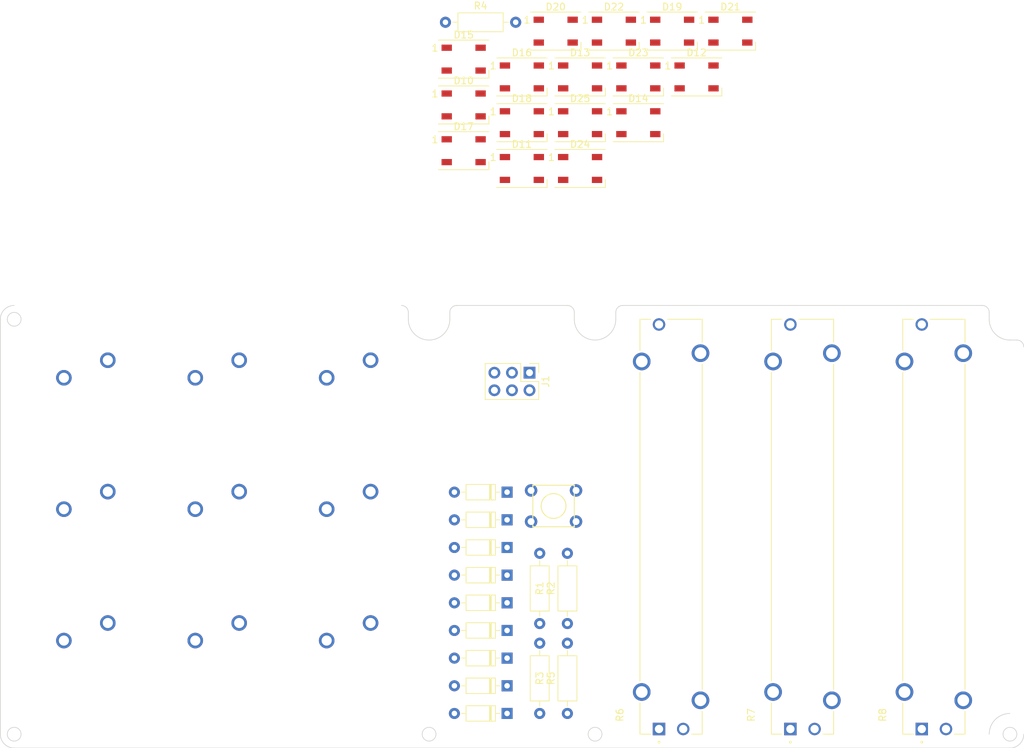
<source format=kicad_pcb>
(kicad_pcb (version 20211014) (generator pcbnew)
  (layers (0 "F.Cu" signal) (31 "B.Cu" signal) (34 "B.Paste" user) (35 "F.Paste" user) (36 "B.SilkS" user "B.Silkscreen") (37 "F.SilkS" user "F.Silkscreen") (38 "B.Mask" user) (39 "F.Mask" user) (44 "Edge.Cuts" user))
  (net 0 "")
  (net 1 "R0")
  (net 2 "Net-(D1-Pad2)")
  (net 3 "R1")
  (net 4 "Net-(D2-Pad2)")
  (net 5 "R2")
  (net 6 "Net-(D3-Pad2)")
  (net 7 "Net-(D4-Pad2)")
  (net 8 "Net-(D5-Pad2)")
  (net 9 "Net-(D6-Pad2)")
  (net 10 "Net-(D7-Pad2)")
  (net 11 "Net-(D8-Pad2)")
  (net 12 "Net-(D9-Pad2)")
  (net 13 "+5V")
  (net 14 "GND")
  (net 15 "C0")
  (net 16 "C1")
  (net 17 "C2")
  (net 18 "DLED")
  (net 19 "Net-(R5-Pad1)")
  (net 20 "A0")
  (net 21 "A1")
  (net 22 "A2")
  (net 23 "Net-(SW1-Pad1)")
  (net 24 "Net-(D10-Pad2)")
  (net 25 "Net-(D10-Pad4)")
  (net 28 "Net-(D12-Pad2)")
  (net 31 "Net-(D14-Pad2)")
  (net 34 "Net-(D16-Pad2)")
  (net 37 "Net-(D18-Pad2)")
  (net 40 "Net-(D20-Pad2)")
  (net 43 "Net-(D22-Pad2)")
  (net 46 "Net-(D24-Pad2)")
  (footprint "MX_Only:MXOnly-1U-NoLED" (layer "F.Cu") (at 86 83)
    (fp_text reference "MX4")
    (fp_text value "MX-NoLED")
    (pad "" np_thru_hole circle locked (at 0 0) (size 3.9878 3.9878) (drill 3.9878) (layers *.Cu *.Mask))
    (pad "" np_thru_hole circle locked (at 5.08 0 48.0996) (size 1.75 1.75) (drill 1.75) (layers *.Cu *.Mask))
    (pad "" np_thru_hole circle locked (at -5.08 0 48.0996) (size 1.75 1.75) (drill 1.75) (layers *.Cu *.Mask))
    (pad "1" thru_hole circle locked (at -3.81 -2.54) (size 2.25 2.25) (drill 1.47) (layers *.Cu "B.Mask") (net 16 "C1"))
    (pad "2" thru_hole circle locked (at 2.54 -5.08) (size 2.25 2.25) (drill 1.47) (layers *.Cu "B.Mask") (net 7 "Net-(D4-Pad2)"))
  )
  (footprint "LED_SMD:LED_WS2812B_PLCC4_5.0x5.0mm_P3.2mm" (layer "F.Cu") (at 156.84 17.95)
    (fp_text reference "D13" (at 0 -3.5) (layer "F.SilkS"))
    (fp_text value "WS2812B")
    (fp_text user "1" (at -4.15 -1.6) (layer "F.SilkS"))
    (fp_line (start -3.65 -2.75) (end 3.65 -2.75) (layer "F.SilkS") (width 0.12))
    (fp_line (start 3.65 2.75) (end 3.65 1.6) (layer "F.SilkS") (width 0.12))
    (fp_line (start -3.65 2.75) (end 3.65 2.75) (layer "F.SilkS") (width 0.12))
    (pad "1" smd rect (at -2.45 -1.65) (size 1.5 0.9) (layers "F.Cu" "F.Paste" "F.Mask") (net 13 "+5V"))
    (pad "2" smd rect (at -2.45 1.65) (size 1.5 0.9) (layers "F.Cu" "F.Paste" "F.Mask"))
    (pad "3" smd rect (at 2.45 1.65) (size 1.5 0.9) (layers "F.Cu" "F.Paste" "F.Mask") (net 14 "GND"))
    (pad "4" smd rect (at 2.45 -1.65) (size 1.5 0.9) (layers "F.Cu" "F.Paste" "F.Mask"))
  )
  (footprint "LED_SMD:LED_WS2812B_PLCC4_5.0x5.0mm_P3.2mm" (layer "F.Cu") (at 165.26 24.57)
    (fp_text reference "D14" (at 0 -3.5) (layer "F.SilkS"))
    (fp_text value "WS2812B")
    (fp_text user "1" (at -4.15 -1.6) (layer "F.SilkS"))
    (fp_line (start -3.65 2.75) (end 3.65 2.75) (layer "F.SilkS") (width 0.12))
    (fp_line (start 3.65 2.75) (end 3.65 1.6) (layer "F.SilkS") (width 0.12))
    (fp_line (start -3.65 -2.75) (end 3.65 -2.75) (layer "F.SilkS") (width 0.12))
    (pad "1" smd rect (at -2.45 -1.65) (size 1.5 0.9) (layers "F.Cu" "F.Paste" "F.Mask") (net 13 "+5V"))
    (pad "2" smd rect (at -2.45 1.65) (size 1.5 0.9) (layers "F.Cu" "F.Paste" "F.Mask") (net 31 "Net-(D14-Pad2)"))
    (pad "3" smd rect (at 2.45 1.65) (size 1.5 0.9) (layers "F.Cu" "F.Paste" "F.Mask") (net 14 "GND"))
    (pad "4" smd rect (at 2.45 -1.65) (size 1.5 0.9) (layers "F.Cu" "F.Paste" "F.Mask") (net 28 "Net-(D12-Pad2)"))
  )
  (footprint "LED_SMD:LED_WS2812B_PLCC4_5.0x5.0mm_P3.2mm" (layer "F.Cu") (at 173.68 17.95)
    (fp_text reference "D12" (at 0 -3.5) (layer "F.SilkS"))
    (fp_text value "WS2812B")
    (fp_text user "1" (at -4.15 -1.6) (layer "F.SilkS"))
    (fp_line (start -3.65 2.75) (end 3.65 2.75) (layer "F.SilkS") (width 0.12))
    (fp_line (start -3.65 -2.75) (end 3.65 -2.75) (layer "F.SilkS") (width 0.12))
    (fp_line (start 3.65 2.75) (end 3.65 1.6) (layer "F.SilkS") (width 0.12))
    (pad "1" smd rect (at -2.45 -1.65) (size 1.5 0.9) (layers "F.Cu" "F.Paste" "F.Mask") (net 13 "+5V"))
    (pad "2" smd rect (at -2.45 1.65) (size 1.5 0.9) (layers "F.Cu" "F.Paste" "F.Mask") (net 28 "Net-(D12-Pad2)"))
    (pad "3" smd rect (at 2.45 1.65) (size 1.5 0.9) (layers "F.Cu" "F.Paste" "F.Mask") (net 14 "GND"))
    (pad "4" smd rect (at 2.45 -1.65) (size 1.5 0.9) (layers "F.Cu" "F.Paste" "F.Mask") (net 24 "Net-(D10-Pad2)"))
  )
  (footprint "Diode_THT:D_DO-35_SOD27_P7.62mm_Horizontal" (layer "F.Cu") (at 146.28 102 180)
    (fp_text reference "D7" hide)
    (fp_text value "1N4148" hide)
    (fp_line (start 2.53 -1.12) (end 2.53 1.12) (layer "F.SilkS") (width 0.12))
    (fp_line (start 1.04 0) (end 1.69 0) (layer "F.SilkS") (width 0.12))
    (fp_line (start 5.93 1.12) (end 5.93 -1.12) (layer "F.SilkS") (width 0.12))
    (fp_line (start 1.69 1.12) (end 5.93 1.12) (layer "F.SilkS") (width 0.12))
    (fp_line (start 2.41 -1.12) (end 2.41 1.12) (layer "F.SilkS") (width 0.12))
    (fp_line (start 6.58 0) (end 5.93 0) (layer "F.SilkS") (width 0.12))
    (fp_line (start 2.29 -1.12) (end 2.29 1.12) (layer "F.SilkS") (width 0.12))
    (fp_line (start 5.93 -1.12) (end 1.69 -1.12) (layer "F.SilkS") (width 0.12))
    (fp_line (start 1.69 -1.12) (end 1.69 1.12) (layer "F.SilkS") (width 0.12))
    (pad "1" thru_hole rect (at 0 0 180) (size 1.6 1.6) (drill 0.8) (layers *.Cu *.Mask) (net 1 "R0"))
    (pad "2" thru_hole oval (at 7.62 0 180) (size 1.6 1.6) (drill 0.8) (layers *.Cu *.Mask) (net 10 "Net-(D7-Pad2)"))
  )
  (footprint "MX_Only:MXOnly-1U-NoLED" (layer "F.Cu") (at 124 64)
    (fp_text reference "MX3")
    (fp_text value "MX-NoLED")
    (pad "" np_thru_hole circle locked (at -5.08 0 48.0996) (size 1.75 1.75) (drill 1.75) (layers *.Cu *.Mask))
    (pad "" np_thru_hole circle locked (at 0 0) (size 3.9878 3.9878) (drill 3.9878) (layers *.Cu *.Mask))
    (pad "" np_thru_hole circle locked (at 5.08 0 48.0996) (size 1.75 1.75) (drill 1.75) (layers *.Cu *.Mask))
    (pad "1" thru_hole circle locked (at -3.81 -2.54) (size 2.25 2.25) (drill 1.47) (layers *.Cu "B.Mask") (net 15 "C0"))
    (pad "2" thru_hole circle locked (at 2.54 -5.08) (size 2.25 2.25) (drill 1.47) (layers *.Cu "B.Mask") (net 6 "Net-(D3-Pad2)"))
  )
  (footprint "LED_SMD:LED_WS2812B_PLCC4_5.0x5.0mm_P3.2mm" (layer "F.Cu") (at 178.57 11.33)
    (fp_text reference "D21" (at 0 -3.5) (layer "F.SilkS"))
    (fp_text value "WS2812B")
    (fp_text user "1" (at -4.15 -1.6) (layer "F.SilkS"))
    (fp_line (start -3.65 2.75) (end 3.65 2.75) (layer "F.SilkS") (width 0.12))
    (fp_line (start 3.65 2.75) (end 3.65 1.6) (layer "F.SilkS") (width 0.12))
    (fp_line (start -3.65 -2.75) (end 3.65 -2.75) (layer "F.SilkS") (width 0.12))
    (pad "1" smd rect (at -2.45 -1.65) (size 1.5 0.9) (layers "F.Cu" "F.Paste" "F.Mask") (net 13 "+5V"))
    (pad "2" smd rect (at -2.45 1.65) (size 1.5 0.9) (layers "F.Cu" "F.Paste" "F.Mask"))
    (pad "3" smd rect (at 2.45 1.65) (size 1.5 0.9) (layers "F.Cu" "F.Paste" "F.Mask") (net 14 "GND"))
    (pad "4" smd rect (at 2.45 -1.65) (size 1.5 0.9) (layers "F.Cu" "F.Paste" "F.Mask"))
  )
  (footprint "LED_SMD:LED_WS2812B_PLCC4_5.0x5.0mm_P3.2mm" (layer "F.Cu") (at 148.42 31.19)
    (fp_text reference "D11" (at 0 -3.5) (layer "F.SilkS"))
    (fp_text value "WS2812B")
    (fp_text user "1" (at -4.15 -1.6) (layer "F.SilkS"))
    (fp_line (start 3.65 2.75) (end 3.65 1.6) (layer "F.SilkS") (width 0.12))
    (fp_line (start -3.65 -2.75) (end 3.65 -2.75) (layer "F.SilkS") (width 0.12))
    (fp_line (start -3.65 2.75) (end 3.65 2.75) (layer "F.SilkS") (width 0.12))
    (pad "1" smd rect (at -2.45 -1.65) (size 1.5 0.9) (layers "F.Cu" "F.Paste" "F.Mask") (net 13 "+5V"))
    (pad "2" smd rect (at -2.45 1.65) (size 1.5 0.9) (layers "F.Cu" "F.Paste" "F.Mask"))
    (pad "3" smd rect (at 2.45 1.65) (size 1.5 0.9) (layers "F.Cu" "F.Paste" "F.Mask") (net 14 "GND"))
    (pad "4" smd rect (at 2.45 -1.65) (size 1.5 0.9) (layers "F.Cu" "F.Paste" "F.Mask"))
  )
  (footprint "Diode_THT:D_DO-35_SOD27_P7.62mm_Horizontal" (layer "F.Cu") (at 146.28 90 180)
    (fp_text reference "D8" hide)
    (fp_text value "1N4148" hide)
    (fp_line (start 2.29 -1.12) (end 2.29 1.12) (layer "F.SilkS") (width 0.12))
    (fp_line (start 2.53 -1.12) (end 2.53 1.12) (layer "F.SilkS") (width 0.12))
    (fp_line (start 1.69 1.12) (end 5.93 1.12) (layer "F.SilkS") (width 0.12))
    (fp_line (start 1.69 -1.12) (end 1.69 1.12) (layer "F.SilkS") (width 0.12))
    (fp_line (start 2.41 -1.12) (end 2.41 1.12) (layer "F.SilkS") (width 0.12))
    (fp_line (start 6.58 0) (end 5.93 0) (layer "F.SilkS") (width 0.12))
    (fp_line (start 1.04 0) (end 1.69 0) (layer "F.SilkS") (width 0.12))
    (fp_line (start 5.93 1.12) (end 5.93 -1.12) (layer "F.SilkS") (width 0.12))
    (fp_line (start 5.93 -1.12) (end 1.69 -1.12) (layer "F.SilkS") (width 0.12))
    (pad "1" thru_hole rect (at 0 0 180) (size 1.6 1.6) (drill 0.8) (layers *.Cu *.Mask) (net 3 "R1"))
    (pad "2" thru_hole oval (at 7.62 0 180) (size 1.6 1.6) (drill 0.8) (layers *.Cu *.Mask) (net 11 "Net-(D8-Pad2)"))
  )
  (footprint "LED_SMD:LED_WS2812B_PLCC4_5.0x5.0mm_P3.2mm" (layer "F.Cu") (at 153.31 11.33)
    (fp_text reference "D20" (at 0 -3.5) (layer "F.SilkS"))
    (fp_text value "WS2812B")
    (fp_text user "1" (at -4.15 -1.6) (layer "F.SilkS"))
    (fp_line (start -3.65 2.75) (end 3.65 2.75) (layer "F.SilkS") (width 0.12))
    (fp_line (start 3.65 2.75) (end 3.65 1.6) (layer "F.SilkS") (width 0.12))
    (fp_line (start -3.65 -2.75) (end 3.65 -2.75) (layer "F.SilkS") (width 0.12))
    (pad "1" smd rect (at -2.45 -1.65) (size 1.5 0.9) (layers "F.Cu" "F.Paste" "F.Mask") (net 13 "+5V"))
    (pad "2" smd rect (at -2.45 1.65) (size 1.5 0.9) (layers "F.Cu" "F.Paste" "F.Mask") (net 40 "Net-(D20-Pad2)"))
    (pad "3" smd rect (at 2.45 1.65) (size 1.5 0.9) (layers "F.Cu" "F.Paste" "F.Mask") (net 14 "GND"))
    (pad "4" smd rect (at 2.45 -1.65) (size 1.5 0.9) (layers "F.Cu" "F.Paste" "F.Mask") (net 37 "Net-(D18-Pad2)"))
  )
  (footprint "random-keyboard-parts:PushButton_6x6mm_TH_Pretty" (layer "F.Cu") (at 153 80)
    (fp_text reference "SW1" hide)
    (fp_text value "SW_MEC_5G" hide)
    (fp_line (start -3 -3) (end 3 -3) (layer "F.SilkS") (width 0.15))
    (fp_line (start 3 3) (end -3 3) (layer "F.SilkS") (width 0.15))
    (fp_line (start 3 -3) (end 3 3) (layer "F.SilkS") (width 0.15))
    (fp_line (start -3 3) (end -3 -3) (layer "F.SilkS") (width 0.15))
    (fp_circle (center 0 0) (end 1.27 -1.27) (layer "F.SilkS") (width 0.15) (fill none))
    (pad "1" thru_hole circle locked (at 3.25 -2.25) (size 1.8 1.8) (drill 1) (layers *.Cu "B.Mask") (net 23 "Net-(SW1-Pad1)"))
    (pad "2" thru_hole circle locked (at -3.25 2.25) (size 1.8 1.8) (drill 1) (layers *.Cu "B.Mask") (net 23 "Net-(SW1-Pad1)"))
    (pad "3" thru_hole circle locked (at 3.25 2.25) (size 1.8 1.8) (drill 1) (layers *.Cu "B.Mask") (net 19 "Net-(R5-Pad1)"))
    (pad "4" thru_hole circle locked (at -3.25 -2.25) (size 1.8 1.8) (drill 1) (layers *.Cu "B.Mask") (net 19 "Net-(R5-Pad1)"))
  )
  (footprint "Slide Potentiometer:TRIM_PTA4543-2015DPB103" (layer "F.Cu") (at 170 83 90)
    (fp_text reference "R6" (at -27.225 -7.41 90) (layer "F.SilkS"))
    (fp_text value "PTA4543-2015DPB103")
    (fp_line (start 26.695 4.5) (end 30 4.5) (layer "F.SilkS") (width 0.127))
    (fp_line (start -22.305 -4.5) (end 22.305 -4.5) (layer "F.SilkS") (width 0.127))
    (fp_line (start -30 4.5) (end -26.695 4.5) (layer "F.SilkS") (width 0.127))
    (fp_line (start -30 4.5) (end -30 2.97) (layer "F.SilkS") (width 0.127))
    (fp_line (start 25.495 -4.5) (end 30 -4.5) (layer "F.SilkS") (width 0.127))
    (fp_line (start -23.505 4.5) (end 23.505 4.5) (layer "F.SilkS") (width 0.127))
    (fp_line (start -30 -4.5) (end -25.495 -4.5) (layer "F.SilkS") (width 0.127))
    (fp_line (start 30 -4.5) (end 30 -2.97) (layer "F.SilkS") (width 0.127))
    (fp_line (start 30 4.5) (end 30 -0.53) (layer "F.SilkS") (width 0.127))
    (fp_line (start -30 -4.5) (end -30 -2.97) (layer "F.SilkS") (width 0.127))
    (fp_circle (center -31.15 -1.75) (end -31.05 -1.75) (layer "F.SilkS") (width 0.2) (fill none))
    (pad "1" thru_hole rect locked (at -29.25 -1.75 90) (size 1.8 1.8) (drill 1.2) (layers *.Cu *.Mask) (net 13 "+5V"))
    (pad "2" thru_hole circle locked (at -29.25 1.75 90) (size 1.8 1.8) (drill 1.2) (layers *.Cu *.Mask) (net 20 "A0"))
    (pad "3" thru_hole circle locked (at 29.25 -1.75 90) (size 1.8 1.8) (drill 1.2) (layers *.Cu *.Mask) (net 14 "GND"))
    (pad "S1" thru_hole circle locked (at -23.9 -4.25 90) (size 2.55 2.55) (drill 1.7) (layers *.Cu *.Mask))
    (pad "S2" thru_hole circle locked (at -25.1 4.25 90) (size 2.55 2.55) (drill 1.7) (layers *.Cu *.Mask))
    (pad "S3" thru_hole circle locked (at 23.9 -4.25 90) (size 2.55 2.55) (drill 1.7) (layers *.Cu *.Mask))
    (pad "S4" thru_hole circle locked (at 25.1 4.25 90) (size 2.55 2.55) (drill 1.7) (layers *.Cu *.Mask))
  )
  (footprint "MX_Only:MXOnly-1U-NoLED" (layer "F.Cu") (at 124 83)
    (fp_text reference "MX6")
    (fp_text value "MX-NoLED")
    (pad "" np_thru_hole circle locked (at 5.08 0 48.0996) (size 1.75 1.75) (drill 1.75) (layers *.Cu *.Mask))
    (pad "" np_thru_hole circle locked (at -5.08 0 48.0996) (size 1.75 1.75) (drill 1.75) (layers *.Cu *.Mask))
    (pad "" np_thru_hole circle locked (at 0 0) (size 3.9878 3.9878) (drill 3.9878) (layers *.Cu *.Mask))
    (pad "1" thru_hole circle locked (at -3.81 -2.54) (size 2.25 2.25) (drill 1.47) (layers *.Cu "B.Mask") (net 16 "C1"))
    (pad "2" thru_hole circle locked (at 2.54 -5.08) (size 2.25 2.25) (drill 1.47) (layers *.Cu "B.Mask") (net 9 "Net-(D6-Pad2)"))
  )
  (footprint "MX_Only:MXOnly-1U-NoLED" (layer "F.Cu") (at 86 102)
    (fp_text reference "MX7")
    (fp_text value "MX-NoLED")
    (pad "" np_thru_hole circle locked (at -5.08 0 48.0996) (size 1.75 1.75) (drill 1.75) (layers *.Cu *.Mask))
    (pad "" np_thru_hole circle locked (at 0 0) (size 3.9878 3.9878) (drill 3.9878) (layers *.Cu *.Mask))
    (pad "" np_thru_hole circle locked (at 5.08 0 48.0996) (size 1.75 1.75) (drill 1.75) (layers *.Cu *.Mask))
    (pad "1" thru_hole circle locked (at -3.81 -2.54) (size 2.25 2.25) (drill 1.47) (layers *.Cu "B.Mask") (net 17 "C2"))
    (pad "2" thru_hole circle locked (at 2.54 -5.08) (size 2.25 2.25) (drill 1.47) (layers *.Cu "B.Mask") (net 10 "Net-(D7-Pad2)"))
  )
  (footprint "Diode_THT:D_DO-35_SOD27_P7.62mm_Horizontal" (layer "F.Cu") (at 146.28 78 180)
    (fp_text reference "D9" hide)
    (fp_text value "1N4148" hide)
    (fp_line (start 1.69 1.12) (end 5.93 1.12) (layer "F.SilkS") (width 0.12))
    (fp_line (start 6.58 0) (end 5.93 0) (layer "F.SilkS") (width 0.12))
    (fp_line (start 1.04 0) (end 1.69 0) (layer "F.SilkS") (width 0.12))
    (fp_line (start 5.93 -1.12) (end 1.69 -1.12) (layer "F.SilkS") (width 0.12))
    (fp_line (start 1.69 -1.12) (end 1.69 1.12) (layer "F.SilkS") (width 0.12))
    (fp_line (start 2.29 -1.12) (end 2.29 1.12) (layer "F.SilkS") (width 0.12))
    (fp_line (start 5.93 1.12) (end 5.93 -1.12) (layer "F.SilkS") (width 0.12))
    (fp_line (start 2.41 -1.12) (end 2.41 1.12) (layer "F.SilkS") (width 0.12))
    (fp_line (start 2.53 -1.12) (end 2.53 1.12) (layer "F.SilkS") (width 0.12))
    (pad "1" thru_hole rect (at 0 0 180) (size 1.6 1.6) (drill 0.8) (layers *.Cu *.Mask) (net 5 "R2"))
    (pad "2" thru_hole oval (at 7.62 0 180) (size 1.6 1.6) (drill 0.8) (layers *.Cu *.Mask) (net 12 "Net-(D9-Pad2)"))
  )
  (footprint "MX_Only:MXOnly-1U-NoLED" (layer "F.Cu") (at 105 64)
    (fp_text reference "MX2")
    (fp_text value "MX-NoLED")
    (pad "" np_thru_hole circle locked (at 5.08 0 48.0996) (size 1.75 1.75) (drill 1.75) (layers *.Cu *.Mask))
    (pad "" np_thru_hole circle locked (at 0 0) (size 3.9878 3.9878) (drill 3.9878) (layers *.Cu *.Mask))
    (pad "" np_thru_hole circle locked (at -5.08 0 48.0996) (size 1.75 1.75) (drill 1.75) (layers *.Cu *.Mask))
    (pad "1" thru_hole circle locked (at -3.81 -2.54) (size 2.25 2.25) (drill 1.47) (layers *.Cu "B.Mask") (net 15 "C0"))
    (pad "2" thru_hole circle locked (at 2.54 -5.08) (size 2.25 2.25) (drill 1.47) (layers *.Cu "B.Mask") (net 4 "Net-(D2-Pad2)"))
  )
  (footprint "MX_Only:MXOnly-1U-NoLED" (layer "F.Cu") (at 105 102)
    (fp_text reference "MX8")
    (fp_text value "MX-NoLED")
    (pad "" np_thru_hole circle locked (at 5.08 0 48.0996) (size 1.75 1.75) (drill 1.75) (layers *.Cu *.Mask))
    (pad "" np_thru_hole circle locked (at 0 0) (size 3.9878 3.9878) (drill 3.9878) (layers *.Cu *.Mask))
    (pad "" np_thru_hole circle locked (at -5.08 0 48.0996) (size 1.75 1.75) (drill 1.75) (layers *.Cu *.Mask))
    (pad "1" thru_hole circle locked (at -3.81 -2.54) (size 2.25 2.25) (drill 1.47) (layers *.Cu "B.Mask") (net 17 "C2"))
    (pad "2" thru_hole circle locked (at 2.54 -5.08) (size 2.25 2.25) (drill 1.47) (layers *.Cu "B.Mask") (net 11 "Net-(D8-Pad2)"))
  )
  (footprint "Resistor_THT:R_Axial_DIN0207_L6.3mm_D2.5mm_P10.16mm_Horizontal" (layer "F.Cu") (at 155 97 90)
    (fp_text reference "R2" (at 5.08 -2.37 90) (layer "F.SilkS"))
    (fp_text value "10k")
    (fp_line (start 8.35 -1.37) (end 1.81 -1.37) (layer "F.SilkS") (width 0.12))
    (fp_line (start 1.81 1.37) (end 8.35 1.37) (layer "F.SilkS") (width 0.12))
    (fp_line (start 1.04 0) (end 1.81 0) (layer "F.SilkS") (width 0.12))
    (fp_line (start 1.81 -1.37) (end 1.81 1.37) (layer "F.SilkS") (width 0.12))
    (fp_line (start 8.35 1.37) (end 8.35 -1.37) (layer "F.SilkS") (width 0.12))
    (fp_line (start 9.12 0) (end 8.35 0) (layer "F.SilkS") (width 0.12))
    (pad "1" thru_hole circle (at 0 0 90) (size 1.6 1.6) (drill 0.8) (layers *.Cu *.Mask) (net 13 "+5V"))
    (pad "2" thru_hole oval (at 10.16 0 90) (size 1.6 1.6) (drill 0.8) (layers *.Cu *.Mask) (net 16 "C1"))
  )
  (footprint "LED_SMD:LED_WS2812B_PLCC4_5.0x5.0mm_P3.2mm" (layer "F.Cu") (at 161.73 11.33)
    (fp_text reference "D22" (at 0 -3.5) (layer "F.SilkS"))
    (fp_text value "WS2812B")
    (fp_text user "1" (at -4.15 -1.6) (layer "F.SilkS"))
    (fp_line (start -3.65 2.75) (end 3.65 2.75) (layer "F.SilkS") (width 0.12))
    (fp_line (start -3.65 -2.75) (end 3.65 -2.75) (layer "F.SilkS") (width 0.12))
    (fp_line (start 3.65 2.75) (end 3.65 1.6) (layer "F.SilkS") (width 0.12))
    (pad "1" smd rect (at -2.45 -1.65) (size 1.5 0.9) (layers "F.Cu" "F.Paste" "F.Mask") (net 13 "+5V"))
    (pad "2" smd rect (at -2.45 1.65) (size 1.5 0.9) (layers "F.Cu" "F.Paste" "F.Mask") (net 43 "Net-(D22-Pad2)"))
    (pad "3" smd rect (at 2.45 1.65) (size 1.5 0.9) (layers "F.Cu" "F.Paste" "F.Mask") (net 14 "GND"))
    (pad "4" smd rect (at 2.45 -1.65) (size 1.5 0.9) (layers "F.Cu" "F.Paste" "F.Mask") (net 40 "Net-(D20-Pad2)"))
  )
  (footprint "LED_SMD:LED_WS2812B_PLCC4_5.0x5.0mm_P3.2mm" (layer "F.Cu") (at 140 15.38)
    (fp_text reference "D15" (at 0 -3.5) (layer "F.SilkS"))
    (fp_text value "WS2812B")
    (fp_text user "1" (at -4.15 -1.6) (layer "F.SilkS"))
    (fp_line (start 3.65 2.75) (end 3.65 1.6) (layer "F.SilkS") (width 0.12))
    (fp_line (start -3.65 -2.75) (end 3.65 -2.75) (layer "F.SilkS") (width 0.12))
    (fp_line (start -3.65 2.75) (end 3.65 2.75) (layer "F.SilkS") (width 0.12))
    (pad "1" smd rect (at -2.45 -1.65) (size 1.5 0.9) (layers "F.Cu" "F.Paste" "F.Mask") (net 13 "+5V"))
    (pad "2" smd rect (at -2.45 1.65) (size 1.5 0.9) (layers "F.Cu" "F.Paste" "F.Mask"))
    (pad "3" smd rect (at 2.45 1.65) (size 1.5 0.9) (layers "F.Cu" "F.Paste" "F.Mask") (net 14 "GND"))
    (pad "4" smd rect (at 2.45 -1.65) (size 1.5 0.9) (layers "F.Cu" "F.Paste" "F.Mask"))
  )
  (footprint "Diode_THT:D_DO-35_SOD27_P7.62mm_Horizontal" (layer "F.Cu") (at 146.28 98 180)
    (fp_text reference "D2" hide)
    (fp_text value "1N4148" hide)
    (fp_line (start 2.41 -1.12) (end 2.41 1.12) (layer "F.SilkS") (width 0.12))
    (fp_line (start 5.93 -1.12) (end 1.69 -1.12) (layer "F.SilkS") (width 0.12))
    (fp_line (start 5.93 1.12) (end 5.93 -1.12) (layer "F.SilkS") (width 0.12))
    (fp_line (start 2.53 -1.12) (end 2.53 1.12) (layer "F.SilkS") (width 0.12))
    (fp_line (start 2.29 -1.12) (end 2.29 1.12) (layer "F.SilkS") (width 0.12))
    (fp_line (start 6.58 0) (end 5.93 0) (layer "F.SilkS") (width 0.12))
    (fp_line (start 1.69 1.12) (end 5.93 1.12) (layer "F.SilkS") (width 0.12))
    (fp_line (start 1.04 0) (end 1.69 0) (layer "F.SilkS") (width 0.12))
    (fp_line (start 1.69 -1.12) (end 1.69 1.12) (layer "F.SilkS") (width 0.12))
    (pad "1" thru_hole rect (at 0 0 180) (size 1.6 1.6) (drill 0.8) (layers *.Cu *.Mask) (net 3 "R1"))
    (pad "2" thru_hole oval (at 7.62 0 180) (size 1.6 1.6) (drill 0.8) (layers *.Cu *.Mask) (net 4 "Net-(D2-Pad2)"))
  )
  (footprint "Diode_THT:D_DO-35_SOD27_P7.62mm_Horizontal" (layer "F.Cu") (at 146.28 110 180)
    (fp_text reference "D1" hide)
    (fp_text value "1N4148" hide)
    (fp_line (start 5.93 -1.12) (end 1.69 -1.12) (layer "F.SilkS") (width 0.12))
    (fp_line (start 5.93 1.12) (end 5.93 -1.12) (layer "F.SilkS") (width 0.12))
    (fp_line (start 2.53 -1.12) (end 2.53 1.12) (layer "F.SilkS") (width 0.12))
    (fp_line (start 2.41 -1.12) (end 2.41 1.12) (layer "F.SilkS") (width 0.12))
    (fp_line (start 1.69 -1.12) (end 1.69 1.12) (layer "F.SilkS") (width 0.12))
    (fp_line (start 1.69 1.12) (end 5.93 1.12) (layer "F.SilkS") (width 0.12))
    (fp_line (start 2.29 -1.12) (end 2.29 1.12) (layer "F.SilkS") (width 0.12))
    (fp_line (start 6.58 0) (end 5.93 0) (layer "F.SilkS") (width 0.12))
    (fp_line (start 1.04 0) (end 1.69 0) (layer "F.SilkS") (width 0.12))
    (pad "1" thru_hole rect (at 0 0 180) (size 1.6 1.6) (drill 0.8) (layers *.Cu *.Mask) (net 1 "R0"))
    (pad "2" thru_hole oval (at 7.62 0 180) (size 1.6 1.6) (drill 0.8) (layers *.Cu *.Mask) (net 2 "Net-(D1-Pad2)"))
  )
  (footprint "Diode_THT:D_DO-35_SOD27_P7.62mm_Horizontal" (layer "F.Cu") (at 146.28 82 180)
    (fp_text reference "D6" hide)
    (fp_text value "1N4148" hide)
    (fp_line (start 2.29 -1.12) (end 2.29 1.12) (layer "F.SilkS") (width 0.12))
    (fp_line (start 6.58 0) (end 5.93 0) (layer "F.SilkS") (width 0.12))
    (fp_line (start 2.53 -1.12) (end 2.53 1.12) (layer "F.SilkS") (width 0.12))
    (fp_line (start 5.93 -1.12) (end 1.69 -1.12) (layer "F.SilkS") (width 0.12))
    (fp_line (start 5.93 1.12) (end 5.93 -1.12) (layer "F.SilkS") (width 0.12))
    (fp_line (start 1.69 -1.12) (end 1.69 1.12) (layer "F.SilkS") (width 0.12))
    (fp_line (start 2.41 -1.12) (end 2.41 1.12) (layer "F.SilkS") (width 0.12))
    (fp_line (start 1.69 1.12) (end 5.93 1.12) (layer "F.SilkS") (width 0.12))
    (fp_line (start 1.04 0) (end 1.69 0) (layer "F.SilkS") (width 0.12))
    (pad "1" thru_hole rect (at 0 0 180) (size 1.6 1.6) (drill 0.8) (layers *.Cu *.Mask) (net 5 "R2"))
    (pad "2" thru_hole oval (at 7.62 0 180) (size 1.6 1.6) (drill 0.8) (layers *.Cu *.Mask) (net 9 "Net-(D6-Pad2)"))
  )
  (footprint "Diode_THT:D_DO-35_SOD27_P7.62mm_Horizontal" (layer "F.Cu") (at 146.28 86 180)
    (fp_text reference "D3" hide)
    (fp_text value "1N4148" hide)
    (fp_line (start 1.69 -1.12) (end 1.69 1.12) (layer "F.SilkS") (width 0.12))
    (fp_line (start 6.58 0) (end 5.93 0) (layer "F.SilkS") (width 0.12))
    (fp_line (start 5.93 1.12) (end 5.93 -1.12) (layer "F.SilkS") (width 0.12))
    (fp_line (start 2.29 -1.12) (end 2.29 1.12) (layer "F.SilkS") (width 0.12))
    (fp_line (start 2.53 -1.12) (end 2.53 1.12) (layer "F.SilkS") (width 0.12))
    (fp_line (start 2.41 -1.12) (end 2.41 1.12) (layer "F.SilkS") (width 0.12))
    (fp_line (start 1.04 0) (end 1.69 0) (layer "F.SilkS") (width 0.12))
    (fp_line (start 5.93 -1.12) (end 1.69 -1.12) (layer "F.SilkS") (width 0.12))
    (fp_line (start 1.69 1.12) (end 5.93 1.12) (layer "F.SilkS") (width 0.12))
    (pad "1" thru_hole rect (at 0 0 180) (size 1.6 1.6) (drill 0.8) (layers *.Cu *.Mask) (net 5 "R2"))
    (pad "2" thru_hole oval (at 7.62 0 180) (size 1.6 1.6) (drill 0.8) (layers *.Cu *.Mask) (net 6 "Net-(D3-Pad2)"))
  )
  (footprint "LED_SMD:LED_WS2812B_PLCC4_5.0x5.0mm_P3.2mm" (layer "F.Cu") (at 156.84 24.57)
    (fp_text reference "D25" (at 0 -3.5) (layer "F.SilkS"))
    (fp_text value "WS2812B")
    (fp_text user "1" (at -4.15 -1.6) (layer "F.SilkS"))
    (fp_line (start 3.65 2.75) (end 3.65 1.6) (layer "F.SilkS") (width 0.12))
    (fp_line (start -3.65 -2.75) (end 3.65 -2.75) (layer "F.SilkS") (width 0.12))
    (fp_line (start -3.65 2.75) (end 3.65 2.75) (layer "F.SilkS") (width 0.12))
    (pad "1" smd rect (at -2.45 -1.65) (size 1.5 0.9) (layers "F.Cu" "F.Paste" "F.Mask") (net 13 "+5V"))
    (pad "2" smd rect (at -2.45 1.65) (size 1.5 0.9) (layers "F.Cu" "F.Paste" "F.Mask"))
    (pad "3" smd rect (at 2.45 1.65) (size 1.5 0.9) (layers "F.Cu" "F.Paste" "F.Mask") (net 14 "GND"))
    (pad "4" smd rect (at 2.45 -1.65) (size 1.5 0.9) (layers "F.Cu" "F.Paste" "F.Mask") (net 46 "Net-(D24-Pad2)"))
  )
  (footprint "Diode_THT:D_DO-35_SOD27_P7.62mm_Horizontal" (layer "F.Cu") (at 146.28 106 180)
    (fp_text reference "D4" hide)
    (fp_text value "1N4148" hide)
    (fp_line (start 1.69 1.12) (end 5.93 1.12) (layer "F.SilkS") (width 0.12))
    (fp_line (start 2.53 -1.12) (end 2.53 1.12) (layer "F.SilkS") (width 0.12))
    (fp_line (start 6.58 0) (end 5.93 0) (layer "F.SilkS") (width 0.12))
    (fp_line (start 5.93 1.12) (end 5.93 -1.12) (layer "F.SilkS") (width 0.12))
    (fp_line (start 1.04 0) (end 1.69 0) (layer "F.SilkS") (width 0.12))
    (fp_line (start 2.41 -1.12) (end 2.41 1.12) (layer "F.SilkS") (width 0.12))
    (fp_line (start 1.69 -1.12) (end 1.69 1.12) (layer "F.SilkS") (width 0.12))
    (fp_line (start 2.29 -1.12) (end 2.29 1.12) (layer "F.SilkS") (width 0.12))
    (fp_line (start 5.93 -1.12) (end 1.69 -1.12) (layer "F.SilkS") (width 0.12))
    (pad "1" thru_hole rect (at 0 0 180) (size 1.6 1.6) (drill 0.8) (layers *.Cu *.Mask) (net 1 "R0"))
    (pad "2" thru_hole oval (at 7.62 0 180) (size 1.6 1.6) (drill 0.8) (layers *.Cu *.Mask) (net 7 "Net-(D4-Pad2)"))
  )
  (footprint "LED_SMD:LED_WS2812B_PLCC4_5.0x5.0mm_P3.2mm" (layer "F.Cu") (at 165.26 17.95)
    (fp_text reference "D23" (at 0 -3.5) (layer "F.SilkS"))
    (fp_text value "WS2812B")
    (fp_text user "1" (at -4.15 -1.6) (layer "F.SilkS"))
    (fp_line (start -3.65 -2.75) (end 3.65 -2.75) (layer "F.SilkS") (width 0.12))
    (fp_line (start 3.65 2.75) (end 3.65 1.6) (layer "F.SilkS") (width 0.12))
    (fp_line (start -3.65 2.75) (end 3.65 2.75) (layer "F.SilkS") (width 0.12))
    (pad "1" smd rect (at -2.45 -1.65) (size 1.5 0.9) (layers "F.Cu" "F.Paste" "F.Mask") (net 13 "+5V"))
    (pad "2" smd rect (at -2.45 1.65) (size 1.5 0.9) (layers "F.Cu" "F.Paste" "F.Mask"))
    (pad "3" smd rect (at 2.45 1.65) (size 1.5 0.9) (layers "F.Cu" "F.Paste" "F.Mask") (net 14 "GND"))
    (pad "4" smd rect (at 2.45 -1.65) (size 1.5 0.9) (layers "F.Cu" "F.Paste" "F.Mask"))
  )
  (footprint "Resistor_THT:R_Axial_DIN0207_L6.3mm_D2.5mm_P10.16mm_Horizontal" (layer "F.Cu") (at 137.365 10.045)
    (fp_text reference "R4" (at 5.08 -2.37) (layer "F.SilkS"))
    (fp_text value "10k")
    (fp_line (start 1.81 1.37) (end 8.35 1.37) (layer "F.SilkS") (width 0.12))
    (fp_line (start 1.81 -1.37) (end 1.81 1.37) (layer "F.SilkS") (width 0.12))
    (fp_line (start 9.12 0) (end 8.35 0) (layer "F.SilkS") (width 0.12))
    (fp_line (start 1.04 0) (end 1.81 0) (layer "F.SilkS") (width 0.12))
    (fp_line (start 8.35 -1.37) (end 1.81 -1.37) (layer "F.SilkS") (width 0.12))
    (fp_line (start 8.35 1.37) (end 8.35 -1.37) (layer "F.SilkS") (width 0.12))
    (pad "1" thru_hole circle (at 0 0) (size 1.6 1.6) (drill 0.8) (layers *.Cu *.Mask) (net 18 "DLED"))
    (pad "2" thru_hole oval (at 10.16 0) (size 1.6 1.6) (drill 0.8) (layers *.Cu *.Mask) (net 25 "Net-(D10-Pad4)"))
  )
  (footprint "LED_SMD:LED_WS2812B_PLCC4_5.0x5.0mm_P3.2mm" (layer "F.Cu") (at 148.42 24.57)
    (fp_text reference "D18" (at 0 -3.5) (layer "F.SilkS"))
    (fp_text value "WS2812B")
    (fp_text user "1" (at -4.15 -1.6) (layer "F.SilkS"))
    (fp_line (start -3.65 -2.75) (end 3.65 -2.75) (layer "F.SilkS") (width 0.12))
    (fp_line (start 3.65 2.75) (end 3.65 1.6) (layer "F.SilkS") (width 0.12))
    (fp_line (start -3.65 2.75) (end 3.65 2.75) (layer "F.SilkS") (width 0.12))
    (pad "1" smd rect (at -2.45 -1.65) (size 1.5 0.9) (layers "F.Cu" "F.Paste" "F.Mask") (net 13 "+5V"))
    (pad "2" smd rect (at -2.45 1.65) (size 1.5 0.9) (layers "F.Cu" "F.Paste" "F.Mask") (net 37 "Net-(D18-Pad2)"))
    (pad "3" smd rect (at 2.45 1.65) (size 1.5 0.9) (layers "F.Cu" "F.Paste" "F.Mask") (net 14 "GND"))
    (pad "4" smd rect (at 2.45 -1.65) (size 1.5 0.9) (layers "F.Cu" "F.Paste" "F.Mask") (net 34 "Net-(D16-Pad2)"))
  )
  (footprint "MX_Only:MXOnly-1U-NoLED" (layer "F.Cu") (at 86 64)
    (fp_text reference "MX1")
    (fp_text value "MX-NoLED")
    (pad "" np_thru_hole circle locked (at 0 0) (size 3.9878 3.9878) (drill 3.9878) (layers *.Cu *.Mask))
    (pad "" np_thru_hole circle locked (at -5.08 0 48.0996) (size 1.75 1.75) (drill 1.75) (layers *.Cu *.Mask))
    (pad "" np_thru_hole circle locked (at 5.08 0 48.0996) (size 1.75 1.75) (drill 1.75) (layers *.Cu *.Mask))
    (pad "1" thru_hole circle locked (at -3.81 -2.54) (size 2.25 2.25) (drill 1.47) (layers *.Cu "B.Mask") (net 15 "C0"))
    (pad "2" thru_hole circle locked (at 2.54 -5.08) (size 2.25 2.25) (drill 1.47) (layers *.Cu "B.Mask") (net 2 "Net-(D1-Pad2)"))
  )
  (footprint "Resistor_THT:R_Axial_DIN0207_L6.3mm_D2.5mm_P10.16mm_Horizontal" (layer "F.Cu") (at 151 97 90)
    (fp_text reference "R1" (at 5.08 0 270) (layer "F.SilkS"))
    (fp_text value "10k")
    (fp_line (start 9.12 0) (end 8.35 0) (layer "F.SilkS") (width 0.12))
    (fp_line (start 1.81 1.37) (end 8.35 1.37) (layer "F.SilkS") (width 0.12))
    (fp_line (start 8.35 1.37) (end 8.35 -1.37) (layer "F.SilkS") (width 0.12))
    (fp_line (start 8.35 -1.37) (end 1.81 -1.37) (layer "F.SilkS") (width 0.12))
    (fp_line (start 1.04 0) (end 1.81 0) (layer "F.SilkS") (width 0.12))
    (fp_line (start 1.81 -1.37) (end 1.81 1.37) (layer "F.SilkS") (width 0.12))
    (pad "1" thru_hole circle (at 0 0 90) (size 1.6 1.6) (drill 0.8) (layers *.Cu *.Mask) (net 13 "+5V"))
    (pad "2" thru_hole oval (at 10.16 0 90) (size 1.6 1.6) (drill 0.8) (layers *.Cu *.Mask) (net 15 "C0"))
  )
  (footprint "LED_SMD:LED_WS2812B_PLCC4_5.0x5.0mm_P3.2mm" (layer "F.Cu") (at 148.42 17.95)
    (fp_text reference "D16" (at 0 -3.5) (layer "F.SilkS"))
    (fp_text value "WS2812B")
    (fp_text user "1" (at -4.15 -1.6) (layer "F.SilkS"))
    (fp_line (start -3.65 -2.75) (end 3.65 -2.75) (layer "F.SilkS") (width 0.12))
    (fp_line (start 3.65 2.75) (end 3.65 1.6) (layer "F.SilkS") (width 0.12))
    (fp_line (start -3.65 2.75) (end 3.65 2.75) (layer "F.SilkS") (width 0.12))
    (pad "1" smd rect (at -2.45 -1.65) (size 1.5 0.9) (layers "F.Cu" "F.Paste" "F.Mask") (net 13 "+5V"))
    (pad "2" smd rect (at -2.45 1.65) (size 1.5 0.9) (layers "F.Cu" "F.Paste" "F.Mask") (net 34 "Net-(D16-Pad2)"))
    (pad "3" smd rect (at 2.45 1.65) (size 1.5 0.9) (layers "F.Cu" "F.Paste" "F.Mask") (net 14 "GND"))
    (pad "4" smd rect (at 2.45 -1.65) (size 1.5 0.9) (layers "F.Cu" "F.Paste" "F.Mask") (net 31 "Net-(D14-Pad2)"))
  )
  (footprint "MX_Only:MXOnly-1U-NoLED" (layer "F.Cu") (at 105 83)
    (fp_text reference "MX5")
    (fp_text value "MX-NoLED")
    (pad "" np_thru_hole circle locked (at 5.08 0 48.0996) (size 1.75 1.75) (drill 1.75) (layers *.Cu *.Mask))
    (pad "" np_thru_hole circle locked (at -5.08 0 48.0996) (size 1.75 1.75) (drill 1.75) (layers *.Cu *.Mask))
    (pad "" np_thru_hole circle locked (at 0 0) (size 3.9878 3.9878) (drill 3.9878) (layers *.Cu *.Mask))
    (pad "1" thru_hole circle locked (at -3.81 -2.54) (size 2.25 2.25) (drill 1.47) (layers *.Cu "B.Mask") (net 16 "C1"))
    (pad "2" thru_hole circle locked (at 2.54 -5.08) (size 2.25 2.25) (drill 1.47) (layers *.Cu "B.Mask") (net 8 "Net-(D5-Pad2)"))
  )
  (footprint "Slide Potentiometer:TRIM_PTA4543-2015DPB103" (layer "F.Cu") (at 208 83 90)
    (fp_text reference "R8" (at -27.225 -7.41 90) (layer "F.SilkS"))
    (fp_text value "PTA4543-2015DPB103")
    (fp_line (start -30 4.5) (end -26.695 4.5) (layer "F.SilkS") (width 0.127))
    (fp_line (start -30 4.5) (end -30 2.97) (layer "F.SilkS") (width 0.127))
    (fp_line (start 25.495 -4.5) (end 30 -4.5) (layer "F.SilkS") (width 0.127))
    (fp_line (start 30 4.5) (end 30 -0.53) (layer "F.SilkS") (width 0.127))
    (fp_line (start 30 -4.5) (end 30 -2.97) (layer "F.SilkS") (width 0.127))
    (fp_line (start -30 -4.5) (end -25.495 -4.5) (layer "F.SilkS") (width 0.127))
    (fp_line (start 26.695 4.5) (end 30 4.5) (layer "F.SilkS") (width 0.127))
    (fp_line (start -30 -4.5) (end -30 -2.97) (layer "F.SilkS") (width 0.127))
    (fp_line (start -23.505 4.5) (end 23.505 4.5) (layer "F.SilkS") (width 0.127))
    (fp_line (start -22.305 -4.5) (end 22.305 -4.5) (layer "F.SilkS") (width 0.127))
    (fp_circle (center -31.15 -1.75) (end -31.05 -1.75) (layer "F.SilkS") (width 0.2) (fill none))
    (pad "1" thru_hole rect locked (at -29.25 -1.75 90) (size 1.8 1.8) (drill 1.2) (layers *.Cu *.Mask) (net 13 "+5V"))
    (pad "2" thru_hole circle locked (at -29.25 1.75 90) (size 1.8 1.8) (drill 1.2) (layers *.Cu *.Mask) (net 22 "A2"))
    (pad "3" thru_hole circle locked (at 29.25 -1.75 90) (size 1.8 1.8) (drill 1.2) (layers *.Cu *.Mask) (net 14 "GND"))
    (pad "S1" thru_hole circle locked (at -23.9 -4.25 90) (size 2.55 2.55) (drill 1.7) (layers *.Cu *.Mask))
    (pad "S2" thru_hole circle locked (at -25.1 4.25 90) (size 2.55 2.55) (drill 1.7) (layers *.Cu *.Mask))
    (pad "S3" thru_hole circle locked (at 23.9 -4.25 90) (size 2.55 2.55) (drill 1.7) (layers *.Cu *.Mask))
    (pad "S4" thru_hole circle locked (at 25.1 4.25 90) (size 2.55 2.55) (drill 1.7) (layers *.Cu *.Mask))
  )
  (footprint "Resistor_THT:R_Axial_DIN0207_L6.3mm_D2.5mm_P10.16mm_Horizontal" (layer "F.Cu") (at 151 110 90)
    (fp_text reference "R3" (at 5.08 0 90) (layer "F.SilkS"))
    (fp_text value "10k")
    (fp_line (start 8.35 1.37) (end 8.35 -1.37) (layer "F.SilkS") (width 0.12))
    (fp_line (start 8.35 -1.37) (end 1.81 -1.37) (layer "F.SilkS") (width 0.12))
    (fp_line (start 1.81 -1.37) (end 1.81 1.37) (layer "F.SilkS") (width 0.12))
    (fp_line (start 1.81 1.37) (end 8.35 1.37) (layer "F.SilkS") (width 0.12))
    (fp_line (start 1.04 0) (end 1.81 0) (layer "F.SilkS") (width 0.12))
    (fp_line (start 9.12 0) (end 8.35 0) (layer "F.SilkS") (width 0.12))
    (pad "1" thru_hole circle (at 0 0 90) (size 1.6 1.6) (drill 0.8) (layers *.Cu *.Mask) (net 17 "C2"))
    (pad "2" thru_hole oval (at 10.16 0 90) (size 1.6 1.6) (drill 0.8) (layers *.Cu *.Mask) (net 13 "+5V"))
  )
  (footprint "MX_Only:MXOnly-1U-NoLED" (layer "F.Cu") (at 124 102)
    (fp_text reference "MX9")
    (fp_text value "MX-NoLED")
    (pad "" np_thru_hole circle locked (at 0 0) (size 3.9878 3.9878) (drill 3.9878) (layers *.Cu *.Mask))
    (pad "" np_thru_hole circle locked (at 5.08 0 48.0996) (size 1.75 1.75) (drill 1.75) (layers *.Cu *.Mask))
    (pad "" np_thru_hole circle locked (at -5.08 0 48.0996) (size 1.75 1.75) (drill 1.75) (layers *.Cu *.Mask))
    (pad "1" thru_hole circle locked (at -3.81 -2.54) (size 2.25 2.25) (drill 1.47) (layers *.Cu "B.Mask") (net 17 "C2"))
    (pad "2" thru_hole circle locked (at 2.54 -5.08) (size 2.25 2.25) (drill 1.47) (layers *.Cu "B.Mask") (net 12 "Net-(D9-Pad2)"))
  )
  (footprint "LED_SMD:LED_WS2812B_PLCC4_5.0x5.0mm_P3.2mm" (layer "F.Cu") (at 140 28.62)
    (fp_text reference "D17" (at 0 -3.5) (layer "F.SilkS"))
    (fp_text value "WS2812B")
    (fp_text user "1" (at -4.15 -1.6) (layer "F.SilkS"))
    (fp_line (start -3.65 -2.75) (end 3.65 -2.75) (layer "F.SilkS") (width 0.12))
    (fp_line (start -3.65 2.75) (end 3.65 2.75) (layer "F.SilkS") (width 0.12))
    (fp_line (start 3.65 2.75) (end 3.65 1.6) (layer "F.SilkS") (width 0.12))
    (pad "1" smd rect (at -2.45 -1.65) (size 1.5 0.9) (layers "F.Cu" "F.Paste" "F.Mask") (net 13 "+5V"))
    (pad "2" smd rect (at -2.45 1.65) (size 1.5 0.9) (layers "F.Cu" "F.Paste" "F.Mask"))
    (pad "3" smd rect (at 2.45 1.65) (size 1.5 0.9) (layers "F.Cu" "F.Paste" "F.Mask") (net 14 "GND"))
    (pad "4" smd rect (at 2.45 -1.65) (size 1.5 0.9) (layers "F.Cu" "F.Paste" "F.Mask"))
  )
  (footprint "Resistor_THT:R_Axial_DIN0207_L6.3mm_D2.5mm_P10.16mm_Horizontal" (layer "F.Cu") (at 155 110 90)
    (fp_text reference "R5" (at 5.08 -2.37 90) (layer "F.SilkS"))
    (fp_text value "10k")
    (fp_line (start 9.12 0) (end 8.35 0) (layer "F.SilkS") (width 0.12))
    (fp_line (start 1.04 0) (end 1.81 0) (layer "F.SilkS") (width 0.12))
    (fp_line (start 1.81 1.37) (end 8.35 1.37) (layer "F.SilkS") (width 0.12))
    (fp_line (start 8.35 1.37) (end 8.35 -1.37) (layer "F.SilkS") (width 0.12))
    (fp_line (start 8.35 -1.37) (end 1.81 -1.37) (layer "F.SilkS") (width 0.12))
    (fp_line (start 1.81 -1.37) (end 1.81 1.37) (layer "F.SilkS") (width 0.12))
    (pad "1" thru_hole circle (at 0 0 90) (size 1.6 1.6) (drill 0.8) (layers *.Cu *.Mask) (net 19 "Net-(R5-Pad1)"))
    (pad "2" thru_hole oval (at 10.16 0 90) (size 1.6 1.6) (drill 0.8) (layers *.Cu *.Mask) (net 13 "+5V"))
  )
  (footprint "LED_SMD:LED_WS2812B_PLCC4_5.0x5.0mm_P3.2mm" (layer "F.Cu") (at 140 22)
    (fp_text reference "D10" (at 0 -3.5) (layer "F.SilkS"))
    (fp_text value "WS2812B")
    (fp_text user "1" (at -4.15 -1.6) (layer "F.SilkS"))
    (fp_line (start 3.65 2.75) (end 3.65 1.6) (layer "F.SilkS") (width 0.12))
    (fp_line (start -3.65 -2.75) (end 3.65 -2.75) (layer "F.SilkS") (width 0.12))
    (fp_line (start -3.65 2.75) (end 3.65 2.75) (layer "F.SilkS") (width 0.12))
    (pad "1" smd rect (at -2.45 -1.65) (size 1.5 0.9) (layers "F.Cu" "F.Paste" "F.Mask") (net 13 "+5V"))
    (pad "2" smd rect (at -2.45 1.65) (size 1.5 0.9) (layers "F.Cu" "F.Paste" "F.Mask") (net 24 "Net-(D10-Pad2)"))
    (pad "3" smd rect (at 2.45 1.65) (size 1.5 0.9) (layers "F.Cu" "F.Paste" "F.Mask") (net 14 "GND"))
    (pad "4" smd rect (at 2.45 -1.65) (size 1.5 0.9) (layers "F.Cu" "F.Paste" "F.Mask") (net 25 "Net-(D10-Pad4)"))
  )
  (footprint "Slide Potentiometer:TRIM_PTA4543-2015DPB103" (layer "F.Cu") (at 189 83 90)
    (fp_text reference "R7" (at -27.225 -7.41 90) (layer "F.SilkS"))
    (fp_text value "PTA4543-2015DPB103")
    (fp_line (start -30 -4.5) (end -30 -2.97) (layer "F.SilkS") (width 0.127))
    (fp_line (start -30 4.5) (end -26.695 4.5) (layer "F.SilkS") (width 0.127))
    (fp_line (start 25.495 -4.5) (end 30 -4.5) (layer "F.SilkS") (width 0.127))
    (fp_line (start -23.505 4.5) (end 23.505 4.5) (layer "F.SilkS") (width 0.127))
    (fp_line (start 26.695 4.5) (end 30 4.5) (layer "F.SilkS") (width 0.127))
    (fp_line (start -30 4.5) (end -30 2.97) (layer "F.SilkS") (width 0.127))
    (fp_line (start 30 4.5) (end 30 -0.53) (layer "F.SilkS") (width 0.127))
    (fp_line (start -30 -4.5) (end -25.495 -4.5) (layer "F.SilkS") (width 0.127))
    (fp_line (start 30 -4.5) (end 30 -2.97) (layer "F.SilkS") (width 0.127))
    (fp_line (start -22.305 -4.5) (end 22.305 -4.5) (layer "F.SilkS") (width 0.127))
    (fp_circle (center -31.15 -1.75) (end -31.05 -1.75) (layer "F.SilkS") (width 0.2) (fill none))
    (pad "1" thru_hole rect locked (at -29.25 -1.75 90) (size 1.8 1.8) (drill 1.2) (layers *.Cu *.Mask) (net 13 "+5V"))
    (pad "2" thru_hole circle locked (at -29.25 1.75 90) (size 1.8 1.8) (drill 1.2) (layers *.Cu *.Mask) (net 21 "A1"))
    (pad "3" thru_hole circle locked (at 29.25 -1.75 90) (size 1.8 1.8) (drill 1.2) (layers *.Cu *.Mask) (net 14 "GND"))
    (pad "S1" thru_hole circle locked (at -23.9 -4.25 90) (size 2.55 2.55) (drill 1.7) (layers *.Cu *.Mask))
    (pad "S2" thru_hole circle locked (at -25.1 4.25 90) (size 2.55 2.55) (drill 1.7) (layers *.Cu *.Mask))
    (pad "S3" thru_hole circle locked (at 23.9 -4.25 90) (size 2.55 2.55) (drill 1.7) (layers *.Cu *.Mask))
    (pad "S4" thru_hole circle locked (at 25.1 4.25 90) (size 2.55 2.55) (drill 1.7) (layers *.Cu *.Mask))
  )
  (footprint "Connector_PinHeader_2.54mm:PinHeader_2x03_P2.54mm_Vertical" (layer "F.Cu") (at 149.525 60.725 -90)
    (fp_text reference "J1" (at 1.27 -2.33 90) (layer "F.SilkS"))
    (fp_text value "Conn_02x03_Top_Bottom")
    (fp_line (start -1.33 6.41) (end 3.87 6.41) (layer "F.SilkS") (width 0.12))
    (fp_line (start -1.33 1.27) (end 1.27 1.27) (layer "F.SilkS") (width 0.12))
    (fp_line (start 1.27 1.27) (end 1.27 -1.33) (layer "F.SilkS") (width 0.12))
    (fp_line (start -1.33 0) (end -1.33 -1.33) (layer "F.SilkS") (width 0.12))
    (fp_line (start -1.33 1.27) (end -1.33 6.41) (layer "F.SilkS") (width 0.12))
    (fp_line (start 3.87 -1.33) (end 3.87 6.41) (layer "F.SilkS") (width 0.12))
    (fp_line (start -1.33 -1.33) (end 0 -1.33) (layer "F.SilkS") (width 0.12))
    (fp_line (start 1.27 -1.33) (end 3.87 -1.33) (layer "F.SilkS") (width 0.12))
    (pad "1" thru_hole rect (at 0 0 270) (size 1.7 1.7) (drill 1) (layers *.Cu *.Mask) (net 14 "GND"))
    (pad "2" thru_hole oval (at 2.54 0 270) (size 1.7 1.7) (drill 1) (layers *.Cu *.Mask) (net 20 "A0"))
    (pad "3" thru_hole oval (at 0 2.54 270) (size 1.7 1.7) (drill 1) (layers *.Cu *.Mask) (net 13 "+5V"))
    (pad "4" thru_hole oval (at 2.54 2.54 270) (size 1.7 1.7) (drill 1) (layers *.Cu *.Mask) (net 21 "A1"))
    (pad "5" thru_hole oval (at 0 5.08 270) (size 1.7 1.7) (drill 1) (layers *.Cu *.Mask) (net 18 "DLED"))
    (pad "6" thru_hole oval (at 2.54 5.08 270) (size 1.7 1.7) (drill 1) (layers *.Cu *.Mask) (net 22 "A2"))
  )
  (footprint "LED_SMD:LED_WS2812B_PLCC4_5.0x5.0mm_P3.2mm" (layer "F.Cu") (at 170.15 11.33)
    (fp_text reference "D19" (at 0 -3.5) (layer "F.SilkS"))
    (fp_text value "WS2812B")
    (fp_text user "1" (at -4.15 -1.6) (layer "F.SilkS"))
    (fp_line (start -3.65 2.75) (end 3.65 2.75) (layer "F.SilkS") (width 0.12))
    (fp_line (start -3.65 -2.75) (end 3.65 -2.75) (layer "F.SilkS") (width 0.12))
    (fp_line (start 3.65 2.75) (end 3.65 1.6) (layer "F.SilkS") (width 0.12))
    (pad "1" smd rect (at -2.45 -1.65) (size 1.5 0.9) (layers "F.Cu" "F.Paste" "F.Mask") (net 13 "+5V"))
    (pad "2" smd rect (at -2.45 1.65) (size 1.5 0.9) (layers "F.Cu" "F.Paste" "F.Mask"))
    (pad "3" smd rect (at 2.45 1.65) (size 1.5 0.9) (layers "F.Cu" "F.Paste" "F.Mask") (net 14 "GND"))
    (pad "4" smd rect (at 2.45 -1.65) (size 1.5 0.9) (layers "F.Cu" "F.Paste" "F.Mask"))
  )
  (footprint "LED_SMD:LED_WS2812B_PLCC4_5.0x5.0mm_P3.2mm" (layer "F.Cu") (at 156.84 31.19)
    (fp_text reference "D24" (at 0 -3.5) (layer "F.SilkS"))
    (fp_text value "WS2812B")
    (fp_text user "1" (at -4.15 -1.6) (layer "F.SilkS"))
    (fp_line (start 3.65 2.75) (end 3.65 1.6) (layer "F.SilkS") (width 0.12))
    (fp_line (start -3.65 -2.75) (end 3.65 -2.75) (layer "F.SilkS") (width 0.12))
    (fp_line (start -3.65 2.75) (end 3.65 2.75) (layer "F.SilkS") (width 0.12))
    (pad "1" smd rect (at -2.45 -1.65) (size 1.5 0.9) (layers "F.Cu" "F.Paste" "F.Mask") (net 13 "+5V"))
    (pad "2" smd rect (at -2.45 1.65) (size 1.5 0.9) (layers "F.Cu" "F.Paste" "F.Mask") (net 46 "Net-(D24-Pad2)"))
    (pad "3" smd rect (at 2.45 1.65) (size 1.5 0.9) (layers "F.Cu" "F.Paste" "F.Mask") (net 14 "GND"))
    (pad "4" smd rect (at 2.45 -1.65) (size 1.5 0.9) (layers "F.Cu" "F.Paste" "F.Mask") (net 43 "Net-(D22-Pad2)"))
  )
  (footprint "Diode_THT:D_DO-35_SOD27_P7.62mm_Horizontal" (layer "F.Cu") (at 146.28 94 180)
    (fp_text reference "D5" hide)
    (fp_text value "1N4148" hide)
    (fp_line (start 1.04 0) (end 1.69 0) (layer "F.SilkS") (width 0.12))
    (fp_line (start 5.93 -1.12) (end 1.69 -1.12) (layer "F.SilkS") (width 0.12))
    (fp_line (start 1.69 1.12) (end 5.93 1.12) (layer "F.SilkS") (width 0.12))
    (fp_line (start 1.69 -1.12) (end 1.69 1.12) (layer "F.SilkS") (width 0.12))
    (fp_line (start 6.58 0) (end 5.93 0) (layer "F.SilkS") (width 0.12))
    (fp_line (start 5.93 1.12) (end 5.93 -1.12) (layer "F.SilkS") (width 0.12))
    (fp_line (start 2.53 -1.12) (end 2.53 1.12) (layer "F.SilkS") (width 0.12))
    (fp_line (start 2.41 -1.12) (end 2.41 1.12) (layer "F.SilkS") (width 0.12))
    (fp_line (start 2.29 -1.12) (end 2.29 1.12) (layer "F.SilkS") (width 0.12))
    (pad "1" thru_hole rect (at 0 0 180) (size 1.6 1.6) (drill 0.8) (layers *.Cu *.Mask) (net 3 "R1"))
    (pad "2" thru_hole oval (at 7.62 0 180) (size 1.6 1.6) (drill 0.8) (layers *.Cu *.Mask) (net 8 "Net-(D5-Pad2)"))
  )
  (gr_arc (start 215 51) (mid 215.707107 51.292893) (end 216 52) (layer "Edge.Cuts") (width 0.1))
  (gr_line (start 216 52) (end 216 53) (layer "Edge.Cuts") (width 0.1))
  (gr_arc (start 219 56) (mid 216.87868 55.12132) (end 216 53) (layer "Edge.Cuts") (width 0.1))
  (gr_arc (start 221 113) (mid 220.414214 114.414214) (end 219 115) (layer "Edge.Cuts") (width 0.1))
  (gr_arc (start 162 52) (mid 162.292893 51.292893) (end 163 51) (layer "Edge.Cuts") (width 0.1))
  (gr_arc (start 155 51) (mid 155.707107 51.292893) (end 156 52) (layer "Edge.Cuts") (width 0.1))
  (gr_arc (start 131 51) (mid 131.707107 51.292893) (end 132 52) (layer "Edge.Cuts") (width 0.1))
  (gr_circle (center 219 113) (end 220 113) (layer "Edge.Cuts") (width 0.1) (fill none))
  (gr_arc (start 138 52) (mid 138.292893 51.292893) (end 139 51) (layer "Edge.Cuts") (width 0.1))
  (gr_line (start 138 53) (end 138 52) (layer "Edge.Cuts") (width 0.1))
  (gr_arc (start 216 113) (mid 216.87868 110.87868) (end 219 110) (layer "Edge.Cuts") (width 0.1))
  (gr_line (start 219 115) (end 75 115) (layer "Edge.Cuts") (width 0.1))
  (gr_line (start 73 113) (end 73 53) (layer "Edge.Cuts") (width 0.1))
  (gr_arc (start 220 56) (mid 220.707107 56.292893) (end 221 57) (layer "Edge.Cuts") (width 0.1))
  (gr_arc (start 73 53) (mid 73.585786 51.585786) (end 75 51) (layer "Edge.Cuts") (width 0.1))
  (gr_line (start 220 56) (end 219 56) (layer "Edge.Cuts") (width 0.1))
  (gr_circle (center 135 113) (end 134 113) (layer "Edge.Cuts") (width 0.1) (fill none))
  (gr_line (start 162 53) (end 162 52) (layer "Edge.Cuts") (width 0.1))
  (gr_arc (start 75 115) (mid 73.585786 114.414214) (end 73 113) (layer "Edge.Cuts") (width 0.1))
  (gr_circle (center 75 113) (end 76 113) (layer "Edge.Cuts") (width 0.1) (fill none))
  (gr_circle (center 159 113) (end 158 113) (layer "Edge.Cuts") (width 0.1) (fill none))
  (gr_line (start 132 52) (end 132 53) (layer "Edge.Cuts") (width 0.1))
  (gr_circle (center 75 53) (end 76 53) (layer "Edge.Cuts") (width 0.1) (fill none))
  (gr_arc (start 162 53) (mid 159 56) (end 156 53) (layer "Edge.Cuts") (width 0.1))
  (gr_arc (start 138 53) (mid 135 56) (end 132 53) (layer "Edge.Cuts") (width 0.1))
  (gr_line (start 156 52) (end 156 53) (layer "Edge.Cuts") (width 0.1))
  (gr_line (start 215 51) (end 163 51) (layer "Edge.Cuts") (width 0.1))
  (gr_line (start 139 51) (end 155 51) (layer "Edge.Cuts") (width 0.1))
)
</source>
